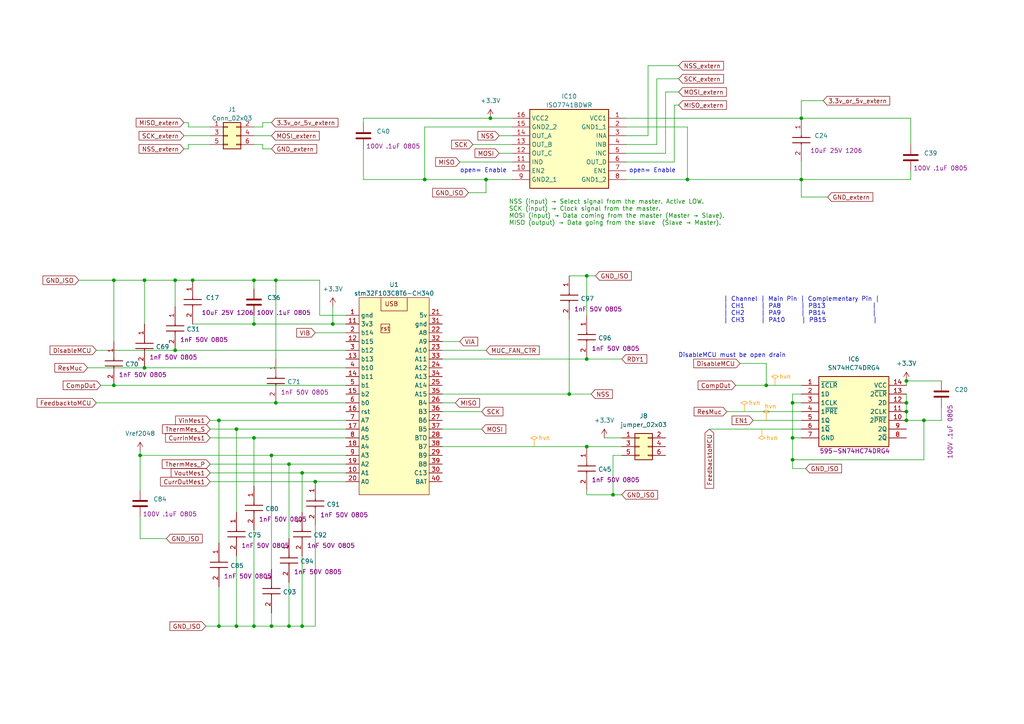
<source format=kicad_sch>
(kicad_sch (version 20250114) (generator "eeschema") (generator_version "9.0")
  (paper "A4")
  (title_block (title "LLC 400V/48V 1200W 100kHz") (date "2025-10-14") (rev "5") (company "Abdelaziz BOUZIANI"))
  (lib_symbols
    (symbol "C0805C102J5GACTU:C0805C102J5GACTU" (pin_names (hide yes))
      (property "Reference" "C" (at 8.89 6.35 0))
      (property "Value" "C0805C102J5GACTU" (at 8.89 3.81 0))
      (symbol "C0805C102J5GACTU_1_1"
        (polyline (pts (xy 5.08 0) (xy 5.588 0)) (stroke (width 0.254)))
        (polyline (pts (xy 5.588 2.54) (xy 5.588 -2.54)) (stroke (width 0.254)))
        (polyline (pts (xy 7.112 2.54) (xy 7.112 -2.54)) (stroke (width 0.254)))
        (polyline (pts (xy 7.112 0) (xy 7.62 0)) (stroke (width 0.254)))
        (pin passive line (at 0 0 0) (length 5.08) (name "1") (number "1"))
        (pin passive line (at 12.7 0 180) (length 5.08) (name "2") (number "2"))
      )
    )
    (symbol "Connector_Generic:Conn_02x03_Odd_Even" (pin_names (offset 1.016) (hide yes))
      (property "Reference" "J" (at 1.27 5.08 0))
      (property "Value" "Conn_02x03_Odd_Even" (at 1.27 -5.08 0))
      (symbol "Conn_02x03_Odd_Even_1_1"
        (rectangle (start -1.27 3.81) (end 3.81 -3.81) (stroke (width 0.254)) (fill (type background)))
        (rectangle (start -1.27 2.667) (end 0 2.413) (stroke (width 0.1524)))
        (rectangle (start -1.27 0.127) (end 0 -0.127) (stroke (width 0.1524)))
        (rectangle (start -1.27 -2.413) (end 0 -2.667) (stroke (width 0.1524)))
        (rectangle (start 3.81 2.667) (end 2.54 2.413) (stroke (width 0.1524)))
        (rectangle (start 3.81 0.127) (end 2.54 -0.127) (stroke (width 0.1524)))
        (rectangle (start 3.81 -2.413) (end 2.54 -2.667) (stroke (width 0.1524)))
        (pin passive line (at -5.08 2.54 0) (length 3.81) (name "Pin_1") (number "1"))
        (pin passive line (at -5.08 0 0) (length 3.81) (name "Pin_3") (number "3"))
        (pin passive line (at -5.08 -2.54 0) (length 3.81) (name "Pin_5") (number "5"))
        (pin passive line (at 7.62 2.54 180) (length 3.81) (name "Pin_2") (number "2"))
        (pin passive line (at 7.62 0 180) (length 3.81) (name "Pin_4") (number "4"))
        (pin passive line (at 7.62 -2.54 180) (length 3.81) (name "Pin_6") (number "6"))
      )
    )
    (symbol "Device:C" (pin_numbers (hide yes)) (pin_names (offset 0.254))
      (property "Reference" "C" (at 0.635 2.54 0))
      (property "Value" "C" (at 0.635 -2.54 0))
      (symbol "C_0_1"
        (polyline (pts (xy -2.032 0.762) (xy 2.032 0.762)) (stroke (width 0.508)))
        (polyline (pts (xy -2.032 -0.762) (xy 2.032 -0.762)) (stroke (width 0.508)))
      )
      (symbol "C_1_1"
        (pin passive line (at 0 3.81 270) (length 2.794) (name "~") (number "1"))
        (pin passive line (at 0 -3.81 90) (length 2.794) (name "~") (number "2"))
      )
    )
    (symbol "GRM31CR71E106KA12K:GRM31CR71E106KA12K" (pin_names (hide yes))
      (property "Reference" "C" (at 8.89 6.35 0))
      (property "Value" "GRM31CR71E106KA12K" (at 8.89 3.81 0))
      (symbol "GRM31CR71E106KA12K_1_1"
        (polyline (pts (xy 5.08 0) (xy 5.588 0)) (stroke (width 0.254)))
        (polyline (pts (xy 5.588 2.54) (xy 5.588 -2.54)) (stroke (width 0.254)))
        (polyline (pts (xy 7.112 2.54) (xy 7.112 -2.54)) (stroke (width 0.254)))
        (polyline (pts (xy 7.112 0) (xy 7.62 0)) (stroke (width 0.254)))
        (pin passive line (at 0 0 0) (length 5.08) (name "1") (number "1"))
        (pin passive line (at 12.7 0 180) (length 5.08) (name "2") (number "2"))
      )
    )
    (symbol "ISO7741BDWR:ISO7741BDWR"
      (property "Reference" "IC" (at 29.21 7.62 0))
      (property "Value" "ISO7741BDWR" (at 29.21 5.08 0))
      (symbol "ISO7741BDWR_1_1"
        (rectangle (start 5.08 2.54) (end 27.94 -20.32) (stroke (width 0.254)) (fill (type background)))
        (pin passive line (at 0 0 0) (length 5.08) (name "VCC1") (number "1"))
        (pin passive line (at 0 -2.54 0) (length 5.08) (name "GND1_1") (number "2"))
        (pin passive line (at 0 -5.08 0) (length 5.08) (name "INA") (number "3"))
        (pin passive line (at 0 -7.62 0) (length 5.08) (name "INB") (number "4"))
        (pin passive line (at 0 -10.16 0) (length 5.08) (name "INC") (number "5"))
        (pin passive line (at 0 -12.7 0) (length 5.08) (name "OUT_D") (number "6"))
        (pin passive line (at 0 -15.24 0) (length 5.08) (name "EN1") (number "7"))
        (pin passive line (at 0 -17.78 0) (length 5.08) (name "GND1_2") (number "8"))
        (pin passive line (at 33.02 0 180) (length 5.08) (name "VCC2") (number "16"))
        (pin passive line (at 33.02 -2.54 180) (length 5.08) (name "GND2_2") (number "15"))
        (pin passive line (at 33.02 -5.08 180) (length 5.08) (name "OUT_A") (number "14"))
        (pin passive line (at 33.02 -7.62 180) (length 5.08) (name "OUT_B") (number "13"))
        (pin passive line (at 33.02 -10.16 180) (length 5.08) (name "OUT_C") (number "12"))
        (pin passive line (at 33.02 -12.7 180) (length 5.08) (name "IND") (number "11"))
        (pin passive line (at 33.02 -15.24 180) (length 5.08) (name "EN2") (number "10"))
        (pin passive line (at 33.02 -17.78 180) (length 5.08) (name "GND2_1") (number "9"))
      )
    )
    (symbol "New_Library:SMT32F1-MINI"
      (property "Reference" "U" (at 0 0 0))
      (symbol "SMT32F1-MINI_1_1"
        (rectangle (start -10.16 -3.81) (end 10.16 -60.96) (fill (type background)))
        (rectangle (start -3.81 -3.81) (end 3.81 -7.62))
        (rectangle (start -3.81 -11.43) (end -1.27 -13.97))
        (text "rst\n" (at -2.54 -12.7 0) (effects (font (size 1.27 1.27))))
        (text "USB\n" (at -0.762 -5.588 0) (effects (font (size 1.27 1.27))))
        (pin input line (at -13.97 -8.89 0) (length 3.81) (name "gnd") (number "1"))
        (pin input line (at -13.97 -11.43 0) (length 3.81) (name "3v3") (number "11"))
        (pin input line (at -13.97 -13.97 0) (length 3.81) (name "b14") (number "2"))
        (pin input line (at -13.97 -16.51 0) (length 3.81) (name "b15") (number "12"))
        (pin input line (at -13.97 -19.05 0) (length 3.81) (name "b12") (number "3"))
        (pin input line (at -13.97 -21.59 0) (length 3.81) (name "b13") (number "13"))
        (pin input line (at -13.97 -24.13 0) (length 3.81) (name "b10") (number "4"))
        (pin input line (at -13.97 -26.67 0) (length 3.81) (name "b11") (number "14"))
        (pin input line (at -13.97 -29.21 0) (length 3.81) (name "b1") (number "5"))
        (pin input line (at -13.97 -31.75 0) (length 3.81) (name "b2") (number "15"))
        (pin input line (at -13.97 -34.29 0) (length 3.81) (name "b0") (number "6"))
        (pin input line (at -13.97 -36.83 0) (length 3.81) (name "rst") (number "16"))
        (pin input line (at -13.97 -39.37 0) (length 3.81) (name "A7") (number "7"))
        (pin input line (at -13.97 -41.91 0) (length 3.81) (name "A6") (number "17"))
        (pin input line (at -13.97 -44.45 0) (length 3.81) (name "A5") (number "8"))
        (pin input line (at -13.97 -46.99 0) (length 3.81) (name "A4") (number "18"))
        (pin input line (at -13.97 -49.53 0) (length 3.81) (name "A3") (number "9"))
        (pin input line (at -13.97 -52.07 0) (length 3.81) (name "A2") (number "19"))
        (pin input line (at -13.97 -54.61 0) (length 3.81) (name "A1") (number "10"))
        (pin input line (at -13.97 -57.15 0) (length 3.81) (name "A0") (number "20"))
        (pin input line (at 13.97 -8.89 180) (length 3.81) (name "5v") (number "21"))
        (pin input line (at 13.97 -11.43 180) (length 3.81) (name "gnd") (number "31"))
        (pin input line (at 13.97 -13.97 180) (length 3.81) (name "A8") (number "22"))
        (pin input line (at 13.97 -16.51 180) (length 3.81) (name "A9") (number "32"))
        (pin input line (at 13.97 -19.05 180) (length 3.81) (name "A10") (number "23"))
        (pin input line (at 13.97 -21.59 180) (length 3.81) (name "A11") (number "33"))
        (pin input line (at 13.97 -24.13 180) (length 3.81) (name "A12") (number "24"))
        (pin input line (at 13.97 -26.67 180) (length 3.81) (name "A13") (number "34"))
        (pin input line (at 13.97 -29.21 180) (length 3.81) (name "A14") (number "25"))
        (pin input line (at 13.97 -31.75 180) (length 3.81) (name "A15") (number "35"))
        (pin input line (at 13.97 -34.29 180) (length 3.81) (name "B4") (number "26"))
        (pin input line (at 13.97 -36.83 180) (length 3.81) (name "B3") (number "36"))
        (pin input line (at 13.97 -39.37 180) (length 3.81) (name "B6") (number "27"))
        (pin input line (at 13.97 -41.91 180) (length 3.81) (name "B5") (number "37"))
        (pin input line (at 13.97 -44.45 180) (length 3.81) (name "BTO") (number "28"))
        (pin input line (at 13.97 -46.99 180) (length 3.81) (name "B7") (number "38"))
        (pin input line (at 13.97 -49.53 180) (length 3.81) (name "B9") (number "29"))
        (pin input line (at 13.97 -52.07 180) (length 3.81) (name "B8") (number "39"))
        (pin input line (at 13.97 -54.61 180) (length 3.81) (name "C13") (number "30"))
        (pin input line (at 13.97 -57.15 180) (length 3.81) (name "BAT") (number "40"))
      )
    )
    (symbol "SN74HC74DRG4:SN74HC74DRG4"
      (property "Reference" "IC" (at 26.67 7.62 0))
      (property "Value" "SN74HC74DRG4" (at 26.67 5.08 0))
      (symbol "SN74HC74DRG4_1_1"
        (rectangle (start 5.08 2.54) (end 25.4 -17.78) (stroke (width 0.254)) (fill (type background)))
        (pin passive line (at 0 0 0) (length 5.08) (name "~{1CLR}") (number "1"))
        (pin passive line (at 0 -2.54 0) (length 5.08) (name "1D") (number "2"))
        (pin passive line (at 0 -5.08 0) (length 5.08) (name "1CLK") (number "3"))
        (pin passive line (at 0 -7.62 0) (length 5.08) (name "1~{PRE}") (number "4"))
        (pin passive line (at 0 -10.16 0) (length 5.08) (name "1Q") (number "5"))
        (pin passive line (at 0 -12.7 0) (length 5.08) (name "1~{Q}") (number "6"))
        (pin passive line (at 0 -15.24 0) (length 5.08) (name "GND") (number "7"))
        (pin passive line (at 30.48 0 180) (length 5.08) (name "VCC") (number "14"))
        (pin passive line (at 30.48 -2.54 180) (length 5.08) (name "2~{CLR}") (number "13"))
        (pin passive line (at 30.48 -5.08 180) (length 5.08) (name "2D") (number "12"))
        (pin passive line (at 30.48 -7.62 180) (length 5.08) (name "2CLK") (number "11"))
        (pin passive line (at 30.48 -10.16 180) (length 5.08) (name "2~{PRE}") (number "10"))
        (pin passive line (at 30.48 -12.7 180) (length 5.08) (name "2Q") (number "9"))
        (pin passive line (at 30.48 -15.24 180) (length 5.08) (name "2~{Q}") (number "8"))
      )
    )
    (symbol "power:+3V0" (power) (pin_numbers (hide yes)) (pin_names (offset 0) (hide yes))
      (property "Value" "+3V0" (at 0 3.556 0))
      (symbol "+3V0_0_1"
        (polyline (pts (xy -0.762 1.27) (xy 0 2.54)))
        (polyline (pts (xy 0 2.54) (xy 0.762 1.27)))
        (polyline (pts (xy 0 0) (xy 0 2.54)))
      )
      (symbol "+3V0_1_1"
        (pin power_in line (at 0 0 90) (length 0) (name "~") (number "1"))
      )
    )
    (symbol "power:+5V" (power) (pin_numbers (hide yes)) (pin_names (offset 0) (hide yes))
      (property "Value" "+5V" (at 0 3.556 0))
      (symbol "+5V_0_1"
        (polyline (pts (xy -0.762 1.27) (xy 0 2.54)))
        (polyline (pts (xy 0 2.54) (xy 0.762 1.27)))
        (polyline (pts (xy 0 0) (xy 0 2.54)))
      )
      (symbol "+5V_1_1"
        (pin power_in line (at 0 0 90) (length 0) (name "~") (number "1"))
      )
    )
  )
  (text "DisableMCU must be open drain\n" (at 212.344 103.124 0) (effects (font (size 1.27 1.27))))
  (text "| Channel | Main Pin | Complementary Pin |\n| CH1     | PA8      | PB13              |\n| CH2     | PA9      | PB14              |\n| CH3     | PA10     | PB15              |" (at 209.804 89.916 0) (effects (font (size 1.27 1.27)) (justify left)))
  (text "open= Enable\n" (at 189.23 49.53 0) (effects (font (size 1.27 1.27))))
  (text "open= Enable\n" (at 140.208 49.53 0) (effects (font (size 1.27 1.27))))
  (text "NSS (input) → Select signal from the master. Active LOW. \nSCK (input) → Clock signal from the master. \nMOSI (input) → Data coming from the master (Master → Slave).\nMISO (output) → Data going from the slave  (Slave → Master)." (at 147.574 61.722 0) (effects (font (size 1.27 1.27)) (justify left)))
  (junction (at 229.87 127))
  (junction (at 73.66 81.28))
  (junction (at 229.87 116.84))
  (junction (at 33.02 111.76))
  (junction (at 50.8 101.6))
  (junction (at 91.44 139.7))
  (junction (at 40.64 132.08))
  (junction (at 170.18 104.14))
  (junction (at 142.24 34.29))
  (junction (at 83.82 181.61))
  (junction (at 140.97 52.07))
  (junction (at 267.97 121.92))
  (junction (at 80.01 116.84))
  (junction (at 73.66 93.98))
  (junction (at 87.63 181.61))
  (junction (at 232.41 52.07))
  (junction (at 73.66 181.61))
  (junction (at 83.82 134.62))
  (junction (at 222.25 111.76))
  (junction (at 33.02 81.28))
  (junction (at 63.5 181.61))
  (junction (at 87.63 137.16))
  (junction (at 80.01 81.28))
  (junction (at 123.19 52.07))
  (junction (at 41.91 81.28))
  (junction (at 262.89 119.38))
  (junction (at 262.89 110.49))
  (junction (at 68.58 124.46))
  (junction (at 165.1 114.3))
  (junction (at 170.18 129.54))
  (junction (at 78.74 181.61))
  (junction (at 73.66 127))
  (junction (at 96.52 93.98))
  (junction (at 50.8 81.28))
  (junction (at 41.91 106.68))
  (junction (at 262.89 121.92))
  (junction (at 262.89 116.84))
  (junction (at 55.88 81.28))
  (junction (at 199.39 52.07))
  (junction (at 63.5 121.92))
  (junction (at 170.18 80.01))
  (junction (at 232.41 34.29))
  (junction (at 229.87 133.35))
  (junction (at 68.58 181.61))
  (junction (at 78.74 132.08))
  (junction (at 177.8 143.51))
  (wire (pts (xy 54.61 43.18) (xy 54.61 41.91)))
  (wire (pts (xy 262.89 116.84) (xy 262.89 119.38)))
  (wire (pts (xy 187.96 19.05) (xy 187.96 39.37)))
  (wire (pts (xy 128.27 104.14) (xy 170.18 104.14)))
  (wire (pts (xy 53.34 35.56) (xy 54.61 35.56)))
  (wire (pts (xy 22.86 81.28) (xy 33.02 81.28)))
  (wire (pts (xy 128.27 119.38) (xy 139.7 119.38)))
  (wire (pts (xy 172.72 80.01) (xy 170.18 80.01)))
  (wire (pts (xy 140.97 52.07) (xy 148.59 52.07)))
  (wire (pts (xy 229.87 133.35) (xy 267.97 133.35)))
  (wire (pts (xy 170.18 142.24) (xy 170.18 143.51)))
  (wire (pts (xy 91.44 139.7) (xy 100.33 139.7)))
  (wire (pts (xy 73.66 181.61) (xy 78.74 181.61)))
  (wire (pts (xy 232.41 34.29) (xy 181.61 34.29)))
  (wire (pts (xy 170.18 129.54) (xy 180.34 129.54)))
  (wire (pts (xy 50.8 81.28) (xy 55.88 81.28)))
  (wire (pts (xy 53.34 39.37) (xy 60.96 39.37)))
  (wire (pts (xy 232.41 52.07) (xy 199.39 52.07)))
  (wire (pts (xy 55.88 93.98) (xy 73.66 93.98)))
  (wire (pts (xy 96.52 93.98) (xy 100.33 93.98)))
  (wire (pts (xy 264.16 34.29) (xy 264.16 41.91)))
  (wire (pts (xy 196.85 26.67) (xy 193.04 26.67)))
  (wire (pts (xy 59.69 181.61) (xy 63.5 181.61)))
  (wire (pts (xy 63.5 181.61) (xy 68.58 181.61)))
  (wire (pts (xy 40.64 156.21) (xy 40.64 149.86)))
  (wire (pts (xy 128.27 114.3) (xy 165.1 114.3)))
  (wire (pts (xy 73.66 81.28) (xy 80.01 81.28)))
  (wire (pts (xy 262.89 110.49) (xy 273.05 110.49)))
  (wire (pts (xy 187.96 39.37) (xy 181.61 39.37)))
  (wire (pts (xy 92.71 91.44) (xy 100.33 91.44)))
  (wire (pts (xy 92.71 91.44) (xy 92.71 81.28)))
  (wire (pts (xy 68.58 181.61) (xy 73.66 181.61)))
  (wire (pts (xy 128.27 124.46) (xy 139.7 124.46)))
  (wire (pts (xy 54.61 35.56) (xy 54.61 36.83)))
  (wire (pts (xy 87.63 181.61) (xy 91.44 181.61)))
  (wire (pts (xy 196.85 22.86) (xy 190.5 22.86)))
  (wire (pts (xy 91.44 152.4) (xy 91.44 181.61)))
  (wire (pts (xy 196.85 30.48) (xy 195.58 30.48)))
  (wire (pts (xy 177.8 143.51) (xy 180.34 143.51)))
  (wire (pts (xy 264.16 49.53) (xy 264.16 52.07)))
  (wire (pts (xy 229.87 135.89) (xy 229.87 133.35)))
  (wire (pts (xy 229.87 114.3) (xy 232.41 114.3)))
  (wire (pts (xy 170.18 104.14) (xy 180.34 104.14)))
  (wire (pts (xy 105.41 34.29) (xy 105.41 35.56)))
  (wire (pts (xy 63.5 121.92) (xy 63.5 157.48)))
  (wire (pts (xy 199.39 52.07) (xy 181.61 52.07)))
  (wire (pts (xy 50.8 101.6) (xy 100.33 101.6)))
  (wire (pts (xy 87.63 161.29) (xy 87.63 181.61)))
  (wire (pts (xy 148.59 34.29) (xy 142.24 34.29)))
  (wire (pts (xy 78.74 43.18) (xy 76.2 43.18)))
  (wire (pts (xy 229.87 116.84) (xy 232.41 116.84)))
  (wire (pts (xy 229.87 133.35) (xy 229.87 127)))
  (wire (pts (xy 33.02 111.76) (xy 100.33 111.76)))
  (wire (pts (xy 55.88 81.28) (xy 73.66 81.28)))
  (wire (pts (xy 33.02 81.28) (xy 41.91 81.28)))
  (wire (pts (xy 78.74 181.61) (xy 83.82 181.61)))
  (wire (pts (xy 29.21 111.76) (xy 33.02 111.76)))
  (wire (pts (xy 262.89 110.49) (xy 262.89 111.76)))
  (wire (pts (xy 60.96 127) (xy 73.66 127)))
  (wire (pts (xy 63.5 121.92) (xy 100.33 121.92)))
  (wire (pts (xy 41.91 106.68) (xy 100.33 106.68)))
  (wire (pts (xy 273.05 118.11) (xy 273.05 121.92)))
  (wire (pts (xy 148.59 39.37) (xy 144.78 39.37)))
  (wire (pts (xy 73.66 127) (xy 100.33 127)))
  (wire (pts (xy 267.97 121.92) (xy 267.97 133.35)))
  (wire (pts (xy 50.8 81.28) (xy 50.8 88.9)))
  (wire (pts (xy 41.91 81.28) (xy 50.8 81.28)))
  (wire (pts (xy 233.68 135.89) (xy 229.87 135.89)))
  (wire (pts (xy 170.18 80.01) (xy 170.18 91.44)))
  (wire (pts (xy 222.25 111.76) (xy 232.41 111.76)))
  (wire (pts (xy 73.66 93.98) (xy 73.66 91.44)))
  (wire (pts (xy 264.16 52.07) (xy 232.41 52.07)))
  (wire (pts (xy 148.59 36.83) (xy 123.19 36.83)))
  (wire (pts (xy 232.41 46.99) (xy 232.41 52.07)))
  (wire (pts (xy 128.27 116.84) (xy 132.08 116.84)))
  (wire (pts (xy 53.34 43.18) (xy 54.61 43.18)))
  (wire (pts (xy 63.5 181.61) (xy 63.5 170.18)))
  (wire (pts (xy 238.76 29.21) (xy 232.41 29.21)))
  (wire (pts (xy 190.5 22.86) (xy 190.5 41.91)))
  (wire (pts (xy 213.36 111.76) (xy 222.25 111.76)))
  (wire (pts (xy 273.05 121.92) (xy 267.97 121.92)))
  (wire (pts (xy 27.94 116.84) (xy 80.01 116.84)))
  (wire (pts (xy 83.82 134.62) (xy 100.33 134.62)))
  (wire (pts (xy 73.66 153.67) (xy 73.66 181.61)))
  (wire (pts (xy 232.41 119.38) (xy 210.82 119.38)))
  (wire (pts (xy 123.19 52.07) (xy 140.97 52.07)))
  (wire (pts (xy 232.41 57.15) (xy 240.03 57.15)))
  (wire (pts (xy 148.59 44.45) (xy 144.78 44.45)))
  (wire (pts (xy 40.64 132.08) (xy 40.64 130.81)))
  (wire (pts (xy 105.41 52.07) (xy 123.19 52.07)))
  (wire (pts (xy 128.27 129.54) (xy 170.18 129.54)))
  (wire (pts (xy 222.25 105.41) (xy 222.25 111.76)))
  (wire (pts (xy 165.1 114.3) (xy 171.45 114.3)))
  (wire (pts (xy 170.18 143.51) (xy 177.8 143.51)))
  (wire (pts (xy 78.74 35.56) (xy 76.2 35.56)))
  (wire (pts (xy 135.89 55.88) (xy 140.97 55.88)))
  (wire (pts (xy 68.58 124.46) (xy 68.58 148.59)))
  (wire (pts (xy 83.82 134.62) (xy 83.82 156.21)))
  (wire (pts (xy 214.63 105.41) (xy 222.25 105.41)))
  (wire (pts (xy 262.89 119.38) (xy 262.89 121.92)))
  (wire (pts (xy 73.66 127) (xy 73.66 140.97)))
  (wire (pts (xy 165.1 92.71) (xy 165.1 114.3)))
  (wire (pts (xy 73.66 36.83) (xy 76.2 36.83)))
  (wire (pts (xy 262.89 121.92) (xy 267.97 121.92)))
  (wire (pts (xy 73.66 93.98) (xy 96.52 93.98)))
  (wire (pts (xy 80.01 81.28) (xy 80.01 104.14)))
  (wire (pts (xy 229.87 127) (xy 229.87 116.84)))
  (wire (pts (xy 60.96 121.92) (xy 63.5 121.92)))
  (wire (pts (xy 181.61 36.83) (xy 199.39 36.83)))
  (wire (pts (xy 180.34 132.08) (xy 177.8 132.08)))
  (wire (pts (xy 148.59 46.99) (xy 133.35 46.99)))
  (wire (pts (xy 41.91 81.28) (xy 41.91 93.98)))
  (wire (pts (xy 60.96 139.7) (xy 91.44 139.7)))
  (wire (pts (xy 78.74 132.08) (xy 100.33 132.08)))
  (wire (pts (xy 60.96 134.62) (xy 83.82 134.62)))
  (wire (pts (xy 40.64 132.08) (xy 40.64 142.24)))
  (wire (pts (xy 80.01 116.84) (xy 100.33 116.84)))
  (wire (pts (xy 232.41 52.07) (xy 232.41 57.15)))
  (wire (pts (xy 60.96 124.46) (xy 68.58 124.46)))
  (wire (pts (xy 40.64 132.08) (xy 78.74 132.08)))
  (wire (pts (xy 205.74 124.46) (xy 232.41 124.46)))
  (wire (pts (xy 48.26 156.21) (xy 40.64 156.21)))
  (wire (pts (xy 193.04 26.67) (xy 193.04 44.45)))
  (wire (pts (xy 78.74 132.08) (xy 78.74 165.1)))
  (wire (pts (xy 96.52 88.9) (xy 96.52 93.98)))
  (wire (pts (xy 142.24 34.29) (xy 105.41 34.29)))
  (wire (pts (xy 60.96 137.16) (xy 87.63 137.16)))
  (wire (pts (xy 80.01 81.28) (xy 92.71 81.28)))
  (wire (pts (xy 199.39 36.83) (xy 199.39 52.07)))
  (wire (pts (xy 229.87 116.84) (xy 229.87 114.3)))
  (wire (pts (xy 177.8 132.08) (xy 177.8 143.51)))
  (wire (pts (xy 232.41 29.21) (xy 232.41 34.29)))
  (wire (pts (xy 83.82 181.61) (xy 87.63 181.61)))
  (wire (pts (xy 68.58 161.29) (xy 68.58 181.61)))
  (wire (pts (xy 195.58 46.99) (xy 181.61 46.99)))
  (wire (pts (xy 128.27 101.6) (xy 140.97 101.6)))
  (wire (pts (xy 73.66 81.28) (xy 73.66 83.82)))
  (wire (pts (xy 232.41 127) (xy 229.87 127)))
  (wire (pts (xy 262.89 114.3) (xy 262.89 116.84)))
  (wire (pts (xy 190.5 41.91) (xy 181.61 41.91)))
  (wire (pts (xy 105.41 43.18) (xy 105.41 52.07)))
  (wire (pts (xy 123.19 36.83) (xy 123.19 52.07)))
  (wire (pts (xy 78.74 177.8) (xy 78.74 181.61)))
  (wire (pts (xy 73.66 41.91) (xy 76.2 41.91)))
  (wire (pts (xy 193.04 44.45) (xy 181.61 44.45)))
  (wire (pts (xy 87.63 137.16) (xy 87.63 148.59)))
  (wire (pts (xy 54.61 41.91) (xy 60.96 41.91)))
  (wire (pts (xy 68.58 124.46) (xy 100.33 124.46)))
  (wire (pts (xy 196.85 19.05) (xy 187.96 19.05)))
  (wire (pts (xy 128.27 99.06) (xy 133.35 99.06)))
  (wire (pts (xy 25.4 106.68) (xy 41.91 106.68)))
  (wire (pts (xy 264.16 34.29) (xy 232.41 34.29)))
  (wire (pts (xy 148.59 41.91) (xy 137.16 41.91)))
  (wire (pts (xy 76.2 35.56) (xy 76.2 36.83)))
  (wire (pts (xy 218.44 121.92) (xy 232.41 121.92)))
  (wire (pts (xy 91.44 96.52) (xy 100.33 96.52)))
  (wire (pts (xy 165.1 80.01) (xy 170.18 80.01)))
  (wire (pts (xy 140.97 55.88) (xy 140.97 52.07)))
  (wire (pts (xy 87.63 137.16) (xy 100.33 137.16)))
  (wire (pts (xy 83.82 168.91) (xy 83.82 181.61)))
  (wire (pts (xy 73.66 39.37) (xy 78.74 39.37)))
  (wire (pts (xy 76.2 43.18) (xy 76.2 41.91)))
  (wire (pts (xy 54.61 36.83) (xy 60.96 36.83)))
  (wire (pts (xy 33.02 81.28) (xy 33.02 99.06)))
  (wire (pts (xy 195.58 30.48) (xy 195.58 46.99)))
  (wire (pts (xy 175.26 127) (xy 180.34 127)))
  (wire (pts (xy 27.94 101.6) (xy 50.8 101.6)))
  (global_label "MOSI_extern" (shape input) (at 78.74 39.37 0) (property "Intersheetrefs" "${INTERSHEET_REFS}" (effects (hide yes))))
  (global_label "EN1" (shape input) (at 218.44 121.92 180) (property "Intersheetrefs" "${INTERSHEET_REFS}" (effects (hide yes))))
  (global_label "GND_ISO" (shape input) (at 180.34 143.51 0) (property "Intersheetrefs" "${INTERSHEET_REFS}" (effects (hide yes))))
  (global_label "GND_ISO" (shape input) (at 48.26 156.21 0) (property "Intersheetrefs" "${INTERSHEET_REFS}" (effects (hide yes))))
  (global_label "MOSI" (shape input) (at 139.7 124.46 0) (property "Intersheetrefs" "${INTERSHEET_REFS}" (effects (hide yes))))
  (global_label "GND_extern" (shape input) (at 78.74 43.18 0) (property "Intersheetrefs" "${INTERSHEET_REFS}" (effects (hide yes))))
  (global_label "ResMuc" (shape input) (at 210.82 119.38 180) (property "Intersheetrefs" "${INTERSHEET_REFS}" (effects (hide yes))))
  (global_label "VinMes1" (shape input) (at 60.96 121.92 180) (property "Intersheetrefs" "${INTERSHEET_REFS}" (effects (hide yes))))
  (global_label "GND_ISO" (shape input) (at 172.72 80.01 0) (property "Intersheetrefs" "${INTERSHEET_REFS}" (effects (hide yes))))
  (global_label "CurrInMes1" (shape input) (at 60.96 127 180) (property "Intersheetrefs" "${INTERSHEET_REFS}" (effects (hide yes))))
  (global_label "SCK" (shape input) (at 139.7 119.38 0) (property "Intersheetrefs" "${INTERSHEET_REFS}" (effects (hide yes))))
  (global_label "SCK_extern" (shape input) (at 196.85 22.86 0) (property "Intersheetrefs" "${INTERSHEET_REFS}" (effects (hide yes))))
  (global_label "RDY1" (shape input) (at 180.34 104.14 0) (property "Intersheetrefs" "${INTERSHEET_REFS}" (effects (hide yes))))
  (global_label "SCK" (shape input) (at 137.16 41.91 180) (property "Intersheetrefs" "${INTERSHEET_REFS}" (effects (hide yes))))
  (global_label "NSS_extern" (shape input) (at 53.34 43.18 180) (property "Intersheetrefs" "${INTERSHEET_REFS}" (effects (hide yes))))
  (global_label "FeedbacktoMCU" (shape input) (at 205.74 124.46 270) (property "Intersheetrefs" "${INTERSHEET_REFS}" (effects (hide yes))))
  (global_label "DisableMCU" (shape input) (at 214.63 105.41 180) (property "Intersheetrefs" "${INTERSHEET_REFS}" (effects (hide yes))))
  (global_label "NSS" (shape input) (at 171.45 114.3 0) (property "Intersheetrefs" "${INTERSHEET_REFS}" (effects (hide yes))))
  (global_label "MISO" (shape input) (at 132.08 116.84 0) (property "Intersheetrefs" "${INTERSHEET_REFS}" (effects (hide yes))))
  (global_label "MOSI" (shape input) (at 144.78 44.45 180) (property "Intersheetrefs" "${INTERSHEET_REFS}" (effects (hide yes))))
  (global_label "ResMuc" (shape input) (at 25.4 106.68 180) (property "Intersheetrefs" "${INTERSHEET_REFS}" (effects (hide yes))))
  (global_label "ThermMes_P" (shape input) (at 60.96 134.62 180) (property "Intersheetrefs" "${INTERSHEET_REFS}" (effects (hide yes))))
  (global_label "NSS" (shape input) (at 144.78 39.37 180) (property "Intersheetrefs" "${INTERSHEET_REFS}" (effects (hide yes))))
  (global_label "VIA" (shape input) (at 133.35 99.06 0) (property "Intersheetrefs" "${INTERSHEET_REFS}" (effects (hide yes))))
  (global_label "CompOut" (shape input) (at 29.21 111.76 180) (property "Intersheetrefs" "${INTERSHEET_REFS}" (effects (hide yes))))
  (global_label "GND_ISO" (shape input) (at 59.69 181.61 180) (property "Intersheetrefs" "${INTERSHEET_REFS}" (effects (hide yes))))
  (global_label "3.3v_or_5v_extern" (shape input) (at 78.74 35.56 0) (property "Intersheetrefs" "${INTERSHEET_REFS}" (effects (hide yes))))
  (global_label "GND_ISO" (shape input) (at 22.86 81.28 180) (property "Intersheetrefs" "${INTERSHEET_REFS}" (effects (hide yes))))
  (global_label "MUC_FAN_CTR" (shape input) (at 140.97 101.6 0) (property "Intersheetrefs" "${INTERSHEET_REFS}" (effects (hide yes))))
  (global_label "CurrOutMes1" (shape input) (at 60.96 139.7 180) (property "Intersheetrefs" "${INTERSHEET_REFS}" (effects (hide yes))))
  (global_label "SCK_extern" (shape input) (at 53.34 39.37 180) (property "Intersheetrefs" "${INTERSHEET_REFS}" (effects (hide yes))))
  (global_label "VoutMes1" (shape input) (at 60.96 137.16 180) (property "Intersheetrefs" "${INTERSHEET_REFS}" (effects (hide yes))))
  (global_label "NSS_extern" (shape input) (at 196.85 19.05 0) (property "Intersheetrefs" "${INTERSHEET_REFS}" (effects (hide yes))))
  (global_label "CompOut" (shape input) (at 213.36 111.76 180) (property "Intersheetrefs" "${INTERSHEET_REFS}" (effects (hide yes))))
  (global_label "GND_ISO" (shape input) (at 135.89 55.88 180) (property "Intersheetrefs" "${INTERSHEET_REFS}" (effects (hide yes))))
  (global_label "GND_extern" (shape input) (at 240.03 57.15 0) (property "Intersheetrefs" "${INTERSHEET_REFS}" (effects (hide yes))))
  (global_label "MISO_extern" (shape input) (at 53.34 35.56 180) (property "Intersheetrefs" "${INTERSHEET_REFS}" (effects (hide yes))))
  (global_label "VIB" (shape input) (at 91.44 96.52 180) (property "Intersheetrefs" "${INTERSHEET_REFS}" (effects (hide yes))))
  (global_label "MOSI_extern" (shape input) (at 196.85 26.67 0) (property "Intersheetrefs" "${INTERSHEET_REFS}" (effects (hide yes))))
  (global_label "MISO_extern" (shape input) (at 196.85 30.48 0) (property "Intersheetrefs" "${INTERSHEET_REFS}" (effects (hide yes))))
  (global_label "MISO" (shape input) (at 133.35 46.99 180) (property "Intersheetrefs" "${INTERSHEET_REFS}" (effects (hide yes))))
  (global_label "DisableMCU" (shape input) (at 27.94 101.6 180) (property "Intersheetrefs" "${INTERSHEET_REFS}" (effects (hide yes))))
  (global_label "ThermMes_S" (shape input) (at 60.96 124.46 180) (property "Intersheetrefs" "${INTERSHEET_REFS}" (effects (hide yes))))
  (global_label "FeedbacktoMCU" (shape input) (at 27.94 116.84 180) (property "Intersheetrefs" "${INTERSHEET_REFS}" (effects (hide yes))))
  (global_label "GND_ISO" (shape input) (at 233.68 135.89 0) (property "Intersheetrefs" "${INTERSHEET_REFS}" (effects (hide yes))))
  (global_label "3.3v_or_5v_extern" (shape input) (at 238.76 29.21 0) (property "Intersheetrefs" "${INTERSHEET_REFS}" (effects (hide yes))))
  (netclass_flag "" (length 2.54) (shape diamond) (at 222.25 121.92 0) (property "Netclass" "hvn" (at 221.742 117.856 0) (effects (justify left))))
  (netclass_flag "" (length 2.54) (shape diamond) (at 224.79 111.76 0) (property "Netclass" "hvn" (at 225.9965 109.22 0) (effects (justify left))))
  (netclass_flag "" (length 2.54) (shape diamond) (at 154.94 129.54 0) (property "Netclass" "hvn" (at 156.1465 127 0) (effects (justify left))))
  (netclass_flag "" (length 2.54) (shape diamond) (at 215.9 119.38 0) (property "Netclass" "hvn" (at 217.1065 116.84 0) (effects (justify left))))
  (netclass_flag "" (length 2.54) (shape diamond) (at 220.98 124.46 180) (property "Netclass" "hvn" (at 222.1865 127 0) (effects (justify left))))
  (symbol (lib_id "C0805C102J5GACTU:C0805C102J5GACTU") (at 165.1 80.01 270) (unit 1)
    (property "Reference" "C97" (at 168.402 86.614 90) (effects (justify left)))
    (property "Value" "C0805C102J5GACTU" (effects (hide yes)))
    (property "Footprint" "C0805C102J5GACTU:C0805" (effects (hide yes)))
    (property "Datasheet" "https://content.kemet.com/datasheets/KEM_C1003_C0G_SMD.pdf" (effects (hide yes)))
    (property "Description" "1nF 50V 0805" (at 173.482 89.662 90))
    (property "Height" "1.1" (effects (hide yes)))
    (property "Mouser Part Number" "80-C0805C102J5G" (effects (hide yes)))
    (property "Mouser Price/Stock" "https://www.mouser.co.uk/ProductDetail/KEMET/C0805C102J5GACTU?qs=yrVqjCObULOWvTzsHVJg1Q%3D%3D" (effects (hide yes)))
    (property "Manufacturer_Name" "KEMET" (effects (hide yes)))
    (property "Manufacturer_Part_Number" "C0805C102J5GACTU" (effects (hide yes)))
  )
  (symbol (lib_id "C0805C102J5GACTU:C0805C102J5GACTU") (at 80.01 104.14 270) (unit 1)
    (property "Reference" "C71" (at 83.312 110.744 90) (effects (justify left)))
    (property "Value" "C0805C102J5GACTU" (effects (hide yes)))
    (property "Footprint" "C0805C102J5GACTU:C0805" (effects (hide yes)))
    (property "Datasheet" "https://content.kemet.com/datasheets/KEM_C1003_C0G_SMD.pdf" (effects (hide yes)))
    (property "Description" "1nF 50V 0805" (at 88.392 113.792 90))
    (property "Height" "1.1" (effects (hide yes)))
    (property "Mouser Part Number" "80-C0805C102J5G" (effects (hide yes)))
    (property "Mouser Price/Stock" "https://www.mouser.co.uk/ProductDetail/KEMET/C0805C102J5GACTU?qs=yrVqjCObULOWvTzsHVJg1Q%3D%3D" (effects (hide yes)))
    (property "Manufacturer_Name" "KEMET" (effects (hide yes)))
    (property "Manufacturer_Part_Number" "C0805C102J5GACTU" (effects (hide yes)))
  )
  (symbol (lib_id "C0805C102J5GACTU:C0805C102J5GACTU") (at 170.18 91.44 270) (unit 1)
    (property "Reference" "C96" (at 173.482 98.044 90) (effects (justify left)))
    (property "Value" "C0805C102J5GACTU" (effects (hide yes)))
    (property "Footprint" "C0805C102J5GACTU:C0805" (effects (hide yes)))
    (property "Datasheet" "https://content.kemet.com/datasheets/KEM_C1003_C0G_SMD.pdf" (effects (hide yes)))
    (property "Description" "1nF 50V 0805" (at 178.562 101.092 90))
    (property "Height" "1.1" (effects (hide yes)))
    (property "Mouser Part Number" "80-C0805C102J5G" (effects (hide yes)))
    (property "Mouser Price/Stock" "https://www.mouser.co.uk/ProductDetail/KEMET/C0805C102J5GACTU?qs=yrVqjCObULOWvTzsHVJg1Q%3D%3D" (effects (hide yes)))
    (property "Manufacturer_Name" "KEMET" (effects (hide yes)))
    (property "Manufacturer_Part_Number" "C0805C102J5GACTU" (effects (hide yes)))
  )
  (symbol (lib_id "GRM31CR71E106KA12K:GRM31CR71E106KA12K") (at 232.41 34.29 270) (unit 1)
    (property "Reference" "C24" (at 236.22 39.3699 90) (effects (justify left)))
    (property "Value" "GRM31CR71E106KA12K" (effects (hide yes)))
    (property "Footprint" "GRM31CR71E106KA12K:GRM31x" (effects (hide yes)))
    (property "Datasheet" "https://search.murata.co.jp/Ceramy/image/img/A01X/G101/ENG/GRM31CR71E106KA12-01CA.pdf" (effects (hide yes)))
    (property "Description" "10uF 25V 1206" (at 242.57 43.688 90))
    (property "Height" "1.25" (effects (hide yes)))
    (property "Mouser Part Number" "81-GRM31CR71E106KA2K" (effects (hide yes)))
    (property "Mouser Price/Stock" "https://www.mouser.co.uk/ProductDetail/Murata-Electronics/GRM31CR71E106KA12K?qs=raY79WRVTyM6xGVExNjdaw%3D%3D" (effects (hide yes)))
    (property "Manufacturer_Name" "Murata Electronics" (effects (hide yes)))
    (property "Manufacturer_Part_Number" "GRM31CR71E106KA12K" (effects (hide yes)))
  )
  (symbol (lib_id "Device:C") (at 40.64 146.05 0) (unit 1)
    (property "Reference" "C84" (at 44.45 144.7799 0) (effects (justify left)))
    (property "Value" "SH21B104K101CT" (effects (hide yes)))
    (property "Footprint" "Capacitor_SMD:C_0805_2012Metric" (effects (hide yes)))
    (property "Datasheet" "https://www.mouser.fr/datasheet/3/317/1/WTC_MLCC_Soft_term_SH.pdf" (effects (hide yes)))
    (property "Description" "100V .1uF 0805" (at 49.276 149.098 0))
    (property "Manufacturer_Name" "Walsin" (effects (hide yes)))
    (property "Manufacturer_Part_Number " "SH21B104K101CT" (effects (hide yes)))
    (property "Mouser Part Number" "791-SH21B104K101CT" (effects (hide yes)))
  )
  (symbol (lib_id "New_Library:SMT32F1-MINI") (at 114.3 82.55 0) (unit 1)
    (property "Reference" "U1" (at 114.3 82.55 0))
    (property "Value" "stm32F103C8T6-CH340" (at 114.3 85.09 0))
    (property "Footprint" "New_Linrary:SMT32F1-MINI" (effects (hide yes)))
    (property "Description" "stm32F103C8T6-CH340 PCB" (effects (hide yes)))
  )
  (symbol (lib_id "power:+3V0") (at 40.64 130.81 0) (unit 1)
    (property "Reference" "#PWR03" (effects (hide yes)))
    (property "Value" "Vref2048" (at 40.64 125.73 0))
    (property "Description" "Power symbol creates a global label with name \"+3V0\"" (effects (hide yes)))
  )
  (symbol (lib_id "power:+5V") (at 262.89 110.49 0) (unit 1)
    (property "Reference" "#PWR06" (effects (hide yes)))
    (property "Value" "+3.3V" (at 262.89 105.41 0))
    (property "Description" "Power symbol creates a global label with name \"+5V\"" (effects (hide yes)))
  )
  (symbol (lib_id "C0805C102J5GACTU:C0805C102J5GACTU") (at 73.66 140.97 270) (unit 1)
    (property "Reference" "C80" (at 76.962 147.574 90) (effects (justify left)))
    (property "Value" "C0805C102J5GACTU" (effects (hide yes)))
    (property "Footprint" "C0805C102J5GACTU:C0805" (effects (hide yes)))
    (property "Datasheet" "https://content.kemet.com/datasheets/KEM_C1003_C0G_SMD.pdf" (effects (hide yes)))
    (property "Description" "1nF 50V 0805" (at 82.042 150.622 90))
    (property "Height" "1.1" (effects (hide yes)))
    (property "Mouser Part Number" "80-C0805C102J5G" (effects (hide yes)))
    (property "Mouser Price/Stock" "https://www.mouser.co.uk/ProductDetail/KEMET/C0805C102J5GACTU?qs=yrVqjCObULOWvTzsHVJg1Q%3D%3D" (effects (hide yes)))
    (property "Manufacturer_Name" "KEMET" (effects (hide yes)))
    (property "Manufacturer_Part_Number" "C0805C102J5GACTU" (effects (hide yes)))
  )
  (symbol (lib_id "C0805C102J5GACTU:C0805C102J5GACTU") (at 50.8 88.9 270) (unit 1)
    (property "Reference" "C31" (at 54.102 95.504 90) (effects (justify left)))
    (property "Value" "C0805C102J5GACTU" (effects (hide yes)))
    (property "Footprint" "C0805C102J5GACTU:C0805" (effects (hide yes)))
    (property "Datasheet" "https://content.kemet.com/datasheets/KEM_C1003_C0G_SMD.pdf" (effects (hide yes)))
    (property "Description" "1nF 50V 0805" (at 59.182 98.552 90))
    (property "Height" "1.1" (effects (hide yes)))
    (property "Mouser Part Number" "80-C0805C102J5G" (effects (hide yes)))
    (property "Mouser Price/Stock" "https://www.mouser.co.uk/ProductDetail/KEMET/C0805C102J5GACTU?qs=yrVqjCObULOWvTzsHVJg1Q%3D%3D" (effects (hide yes)))
    (property "Manufacturer_Name" "KEMET" (effects (hide yes)))
    (property "Manufacturer_Part_Number" "C0805C102J5GACTU" (effects (hide yes)))
  )
  (symbol (lib_id "C0805C102J5GACTU:C0805C102J5GACTU") (at 170.18 129.54 270) (unit 1)
    (property "Reference" "C45" (at 173.482 136.144 90) (effects (justify left)))
    (property "Value" "C0805C102J5GACTU" (effects (hide yes)))
    (property "Footprint" "C0805C102J5GACTU:C0805" (effects (hide yes)))
    (property "Datasheet" "https://content.kemet.com/datasheets/KEM_C1003_C0G_SMD.pdf" (effects (hide yes)))
    (property "Description" "1nF 50V 0805" (at 178.562 139.192 90))
    (property "Height" "1.1" (effects (hide yes)))
    (property "Mouser Part Number" "80-C0805C102J5G" (effects (hide yes)))
    (property "Mouser Price/Stock" "https://www.mouser.co.uk/ProductDetail/KEMET/C0805C102J5GACTU?qs=yrVqjCObULOWvTzsHVJg1Q%3D%3D" (effects (hide yes)))
    (property "Manufacturer_Name" "KEMET" (effects (hide yes)))
    (property "Manufacturer_Part_Number" "C0805C102J5GACTU" (effects (hide yes)))
  )
  (symbol (lib_id "power:+5V") (at 142.24 34.29 0) (mirror y) (unit 1)
    (property "Reference" "#PWR027" (effects (hide yes)))
    (property "Value" "+3.3V" (at 142.24 29.21 0))
    (property "Description" "Power symbol creates a global label with name \"+5V\"" (effects (hide yes)))
  )
  (symbol (lib_id "C0805C102J5GACTU:C0805C102J5GACTU") (at 63.5 157.48 270) (unit 1)
    (property "Reference" "C85" (at 66.802 164.084 90) (effects (justify left)))
    (property "Value" "C0805C102J5GACTU" (effects (hide yes)))
    (property "Footprint" "C0805C102J5GACTU:C0805" (effects (hide yes)))
    (property "Datasheet" "https://content.kemet.com/datasheets/KEM_C1003_C0G_SMD.pdf" (effects (hide yes)))
    (property "Description" "1nF 50V 0805" (at 71.882 167.132 90))
    (property "Height" "1.1" (effects (hide yes)))
    (property "Mouser Part Number" "80-C0805C102J5G" (effects (hide yes)))
    (property "Mouser Price/Stock" "https://www.mouser.co.uk/ProductDetail/KEMET/C0805C102J5GACTU?qs=yrVqjCObULOWvTzsHVJg1Q%3D%3D" (effects (hide yes)))
    (property "Manufacturer_Name" "KEMET" (effects (hide yes)))
    (property "Manufacturer_Part_Number" "C0805C102J5GACTU" (effects (hide yes)))
  )
  (symbol (lib_id "C0805C102J5GACTU:C0805C102J5GACTU") (at 41.91 93.98 270) (unit 1)
    (property "Reference" "C69" (at 45.212 100.584 90) (effects (justify left)))
    (property "Value" "C0805C102J5GACTU" (effects (hide yes)))
    (property "Footprint" "C0805C102J5GACTU:C0805" (effects (hide yes)))
    (property "Datasheet" "https://content.kemet.com/datasheets/KEM_C1003_C0G_SMD.pdf" (effects (hide yes)))
    (property "Description" "1nF 50V 0805" (at 50.292 103.632 90))
    (property "Height" "1.1" (effects (hide yes)))
    (property "Mouser Part Number" "80-C0805C102J5G" (effects (hide yes)))
    (property "Mouser Price/Stock" "https://www.mouser.co.uk/ProductDetail/KEMET/C0805C102J5GACTU?qs=yrVqjCObULOWvTzsHVJg1Q%3D%3D" (effects (hide yes)))
    (property "Manufacturer_Name" "KEMET" (effects (hide yes)))
    (property "Manufacturer_Part_Number" "C0805C102J5GACTU" (effects (hide yes)))
  )
  (symbol (lib_id "SN74HC74DRG4:SN74HC74DRG4") (at 232.41 111.76 0) (unit 1)
    (property "Reference" "IC6" (at 247.65 104.14 0))
    (property "Value" "SN74HC74DRG4" (at 247.65 106.68 0))
    (property "Footprint" "SN74HC74DRG4:SOIC127P600X175-14N" (effects (hide yes)))
    (property "Datasheet" "http://www.ti.com/lit/gpn/SN74HC74" (effects (hide yes)))
    (property "Description" "Dual D-Type Positive-Edge-Triggered Flip-Flops With Clear and Preset" (effects (hide yes)))
    (property "Height" "1.75" (effects (hide yes)))
    (property "Mouser Part Number" "595-SN74HC74DRG4" (effects (hide yes)))
    (property "Mouser Price/Stock" "https://www.mouser.co.uk/ProductDetail/Texas-Instruments/SN74HC74DRG4?qs=AgY10sKTvDJa4hSfohivVQ%3D%3D" (effects (hide yes)))
    (property "Manufacturer_Name" "Texas Instruments" (effects (hide yes)))
    (property "Manufacturer_Part_Number" "SN74HC74DRG4" (effects (hide yes)))
    (property "Field10" "595-SN74HC74DRG4" (at 247.904 130.81 0))
  )
  (symbol (lib_id "Device:C") (at 273.05 114.3 0) (unit 1)
    (property "Reference" "C20" (at 276.86 113.0299 0) (effects (justify left)))
    (property "Value" "SH21B104K101CT" (effects (hide yes)))
    (property "Footprint" "Capacitor_SMD:C_0805_2012Metric" (effects (hide yes)))
    (property "Datasheet" "https://www.mouser.fr/datasheet/3/317/1/WTC_MLCC_Soft_term_SH.pdf" (effects (hide yes)))
    (property "Description" "100V .1uF 0805" (at 275.59 125.222 90))
    (property "Manufacturer_Name" "Walsin" (effects (hide yes)))
    (property "Manufacturer_Part_Number " "SH21B104K101CT" (effects (hide yes)))
    (property "Mouser Part Number" "791-SH21B104K101CT" (effects (hide yes)))
  )
  (symbol (lib_id "Device:C") (at 73.66 87.63 0) (unit 1)
    (property "Reference" "C36" (at 77.47 86.3599 0) (effects (justify left)))
    (property "Value" "SH21B104K101CT" (effects (hide yes)))
    (property "Footprint" "Capacitor_SMD:C_0805_2012Metric" (effects (hide yes)))
    (property "Datasheet" "https://www.mouser.fr/datasheet/3/317/1/WTC_MLCC_Soft_term_SH.pdf" (effects (hide yes)))
    (property "Description" "100V .1uF 0805" (at 82.296 90.678 0))
    (property "Manufacturer_Name" "Walsin" (effects (hide yes)))
    (property "Manufacturer_Part_Number " "SH21B104K101CT" (effects (hide yes)))
    (property "Mouser Part Number" "791-SH21B104K101CT" (effects (hide yes)))
  )
  (symbol (lib_id "C0805C102J5GACTU:C0805C102J5GACTU") (at 78.74 165.1 270) (unit 1)
    (property "Reference" "C93" (at 82.042 171.704 90) (effects (justify left)))
    (property "Value" "C0805C102J5GACTU" (effects (hide yes)))
    (property "Footprint" "C0805C102J5GACTU:C0805" (effects (hide yes)))
    (property "Datasheet" "https://content.kemet.com/datasheets/KEM_C1003_C0G_SMD.pdf" (effects (hide yes)))
    (property "Description" "1nF 50V 0805" (effects (hide yes)))
    (property "Height" "1.1" (effects (hide yes)))
    (property "Mouser Part Number" "80-C0805C102J5G" (effects (hide yes)))
    (property "Mouser Price/Stock" "https://www.mouser.co.uk/ProductDetail/KEMET/C0805C102J5GACTU?qs=yrVqjCObULOWvTzsHVJg1Q%3D%3D" (effects (hide yes)))
    (property "Manufacturer_Name" "KEMET" (effects (hide yes)))
    (property "Manufacturer_Part_Number" "C0805C102J5GACTU" (effects (hide yes)))
  )
  (symbol (lib_id "ISO7741BDWR:ISO7741BDWR") (at 181.61 34.29 0) (mirror y) (unit 1)
    (property "Reference" "IC10" (at 165.1 27.94 0))
    (property "Value" "ISO7741BDWR" (at 165.1 30.48 0))
    (property "Footprint" "ISO7741BDWR:SOIC127P1030X265-16N" (effects (hide yes)))
    (property "Datasheet" "https://www.ti.com/lit/gpn/ISO7741" (effects (hide yes)))
    (property "Description" "Digital Isolators Robust EMC, quad-channel, 3/1, reinforced digital isolator 16-SOIC -55 to 125" (effects (hide yes)))
    (property "Height" "2.65" (effects (hide yes)))
    (property "Mouser Part Number" "595-ISO7741BDWR" (effects (hide yes)))
    (property "Mouser Price/Stock" "https://www.mouser.co.uk/ProductDetail/Texas-Instruments/ISO7741BDWR?qs=OlC7AqGiEDldKlKXjTOIyw%3D%3D" (effects (hide yes)))
    (property "Manufacturer_Name" "Texas Instruments" (effects (hide yes)))
    (property "Manufacturer_Part_Number" "ISO7741BDWR" (effects (hide yes)))
  )
  (symbol (lib_id "C0805C102J5GACTU:C0805C102J5GACTU") (at 33.02 99.06 270) (unit 1)
    (property "Reference" "C70" (at 36.322 105.664 90) (effects (justify left)))
    (property "Value" "C0805C102J5GACTU" (effects (hide yes)))
    (property "Footprint" "C0805C102J5GACTU:C0805" (effects (hide yes)))
    (property "Datasheet" "https://content.kemet.com/datasheets/KEM_C1003_C0G_SMD.pdf" (effects (hide yes)))
    (property "Description" "1nF 50V 0805" (at 41.402 108.712 90))
    (property "Height" "1.1" (effects (hide yes)))
    (property "Mouser Part Number" "80-C0805C102J5G" (effects (hide yes)))
    (property "Mouser Price/Stock" "https://www.mouser.co.uk/ProductDetail/KEMET/C0805C102J5GACTU?qs=yrVqjCObULOWvTzsHVJg1Q%3D%3D" (effects (hide yes)))
    (property "Manufacturer_Name" "KEMET" (effects (hide yes)))
    (property "Manufacturer_Part_Number" "C0805C102J5GACTU" (effects (hide yes)))
  )
  (symbol (lib_id "C0805C102J5GACTU:C0805C102J5GACTU") (at 83.82 156.21 270) (unit 1)
    (property "Reference" "C94" (at 87.122 162.814 90) (effects (justify left)))
    (property "Value" "C0805C102J5GACTU" (effects (hide yes)))
    (property "Footprint" "C0805C102J5GACTU:C0805" (effects (hide yes)))
    (property "Datasheet" "https://content.kemet.com/datasheets/KEM_C1003_C0G_SMD.pdf" (effects (hide yes)))
    (property "Description" "1nF 50V 0805" (at 92.202 165.862 90))
    (property "Height" "1.1" (effects (hide yes)))
    (property "Mouser Part Number" "80-C0805C102J5G" (effects (hide yes)))
    (property "Mouser Price/Stock" "https://www.mouser.co.uk/ProductDetail/KEMET/C0805C102J5GACTU?qs=yrVqjCObULOWvTzsHVJg1Q%3D%3D" (effects (hide yes)))
    (property "Manufacturer_Name" "KEMET" (effects (hide yes)))
    (property "Manufacturer_Part_Number" "C0805C102J5GACTU" (effects (hide yes)))
  )
  (symbol (lib_id "C0805C102J5GACTU:C0805C102J5GACTU") (at 68.58 148.59 270) (unit 1)
    (property "Reference" "C75" (at 71.882 155.194 90) (effects (justify left)))
    (property "Value" "C0805C102J5GACTU" (effects (hide yes)))
    (property "Footprint" "C0805C102J5GACTU:C0805" (effects (hide yes)))
    (property "Datasheet" "https://content.kemet.com/datasheets/KEM_C1003_C0G_SMD.pdf" (effects (hide yes)))
    (property "Description" "1nF 50V 0805" (at 76.962 158.242 90))
    (property "Height" "1.1" (effects (hide yes)))
    (property "Mouser Part Number" "80-C0805C102J5G" (effects (hide yes)))
    (property "Mouser Price/Stock" "https://www.mouser.co.uk/ProductDetail/KEMET/C0805C102J5GACTU?qs=yrVqjCObULOWvTzsHVJg1Q%3D%3D" (effects (hide yes)))
    (property "Manufacturer_Name" "KEMET" (effects (hide yes)))
    (property "Manufacturer_Part_Number" "C0805C102J5GACTU" (effects (hide yes)))
  )
  (symbol (lib_id "power:+5V") (at 175.26 127 0) (unit 1)
    (property "Reference" "#PWR035" (effects (hide yes)))
    (property "Value" "+3.3V" (at 175.26 121.92 0))
    (property "Description" "Power symbol creates a global label with name \"+5V\"" (effects (hide yes)))
  )
  (symbol (lib_id "Device:C") (at 105.41 39.37 0) (unit 1)
    (property "Reference" "C40" (at 109.22 38.0999 0) (effects (justify left)))
    (property "Value" "SH21B104K101CT" (effects (hide yes)))
    (property "Footprint" "Capacitor_SMD:C_0805_2012Metric" (effects (hide yes)))
    (property "Datasheet" "https://www.mouser.fr/datasheet/3/317/1/WTC_MLCC_Soft_term_SH.pdf" (effects (hide yes)))
    (property "Description" "100V .1uF 0805" (at 114.046 42.418 0))
    (property "Manufacturer_Name" "Walsin" (effects (hide yes)))
    (property "Manufacturer_Part_Number " "SH21B104K101CT" (effects (hide yes)))
    (property "Mouser Part Number" "791-SH21B104K101CT" (effects (hide yes)))
  )
  (symbol (lib_id "C0805C102J5GACTU:C0805C102J5GACTU") (at 87.63 148.59 270) (unit 1)
    (property "Reference" "C92" (at 90.932 155.194 90) (effects (justify left)))
    (property "Value" "C0805C102J5GACTU" (effects (hide yes)))
    (property "Footprint" "C0805C102J5GACTU:C0805" (effects (hide yes)))
    (property "Datasheet" "https://content.kemet.com/datasheets/KEM_C1003_C0G_SMD.pdf" (effects (hide yes)))
    (property "Description" "1nF 50V 0805" (at 96.012 158.242 90))
    (property "Height" "1.1" (effects (hide yes)))
    (property "Mouser Part Number" "80-C0805C102J5G" (effects (hide yes)))
    (property "Mouser Price/Stock" "https://www.mouser.co.uk/ProductDetail/KEMET/C0805C102J5GACTU?qs=yrVqjCObULOWvTzsHVJg1Q%3D%3D" (effects (hide yes)))
    (property "Manufacturer_Name" "KEMET" (effects (hide yes)))
    (property "Manufacturer_Part_Number" "C0805C102J5GACTU" (effects (hide yes)))
  )
  (symbol (lib_id "power:+5V") (at 96.52 88.9 0) (unit 1)
    (property "Reference" "#PWR017" (effects (hide yes)))
    (property "Value" "+3.3V" (at 96.52 83.82 0))
    (property "Description" "Power symbol creates a global label with name \"+5V\"" (effects (hide yes)))
  )
  (symbol (lib_id "GRM31CR71E106KA12K:GRM31CR71E106KA12K") (at 55.88 81.28 270) (unit 1)
    (property "Reference" "C17" (at 59.69 86.3599 90) (effects (justify left)))
    (property "Value" "GRM31CR71E106KA12K" (effects (hide yes)))
    (property "Footprint" "GRM31CR71E106KA12K:GRM31x" (effects (hide yes)))
    (property "Datasheet" "https://search.murata.co.jp/Ceramy/image/img/A01X/G101/ENG/GRM31CR71E106KA12-01CA.pdf" (effects (hide yes)))
    (property "Description" "10uF 25V 1206" (at 66.04 90.678 90))
    (property "Height" "1.25" (effects (hide yes)))
    (property "Mouser Part Number" "81-GRM31CR71E106KA2K" (effects (hide yes)))
    (property "Mouser Price/Stock" "https://www.mouser.co.uk/ProductDetail/Murata-Electronics/GRM31CR71E106KA12K?qs=raY79WRVTyM6xGVExNjdaw%3D%3D" (effects (hide yes)))
    (property "Manufacturer_Name" "Murata Electronics" (effects (hide yes)))
    (property "Manufacturer_Part_Number" "GRM31CR71E106KA12K" (effects (hide yes)))
  )
  (symbol (lib_id "C0805C102J5GACTU:C0805C102J5GACTU") (at 91.44 139.7 270) (unit 1)
    (property "Reference" "C91" (at 94.742 146.304 90) (effects (justify left)))
    (property "Value" "C0805C102J5GACTU" (effects (hide yes)))
    (property "Footprint" "C0805C102J5GACTU:C0805" (effects (hide yes)))
    (property "Datasheet" "https://content.kemet.com/datasheets/KEM_C1003_C0G_SMD.pdf" (effects (hide yes)))
    (property "Description" "1nF 50V 0805" (at 99.822 149.352 90))
    (property "Height" "1.1" (effects (hide yes)))
    (property "Mouser Part Number" "80-C0805C102J5G" (effects (hide yes)))
    (property "Mouser Price/Stock" "https://www.mouser.co.uk/ProductDetail/KEMET/C0805C102J5GACTU?qs=yrVqjCObULOWvTzsHVJg1Q%3D%3D" (effects (hide yes)))
    (property "Manufacturer_Name" "KEMET" (effects (hide yes)))
    (property "Manufacturer_Part_Number" "C0805C102J5GACTU" (effects (hide yes)))
  )
  (symbol (lib_id "Device:C") (at 264.16 45.72 0) (unit 1)
    (property "Reference" "C39" (at 267.97 44.4499 0) (effects (justify left)))
    (property "Value" "SH21B104K101CT" (effects (hide yes)))
    (property "Footprint" "Capacitor_SMD:C_0805_2012Metric" (effects (hide yes)))
    (property "Datasheet" "https://www.mouser.fr/datasheet/3/317/1/WTC_MLCC_Soft_term_SH.pdf" (effects (hide yes)))
    (property "Description" "100V .1uF 0805" (at 272.796 48.768 0))
    (property "Manufacturer_Name" "Walsin" (effects (hide yes)))
    (property "Manufacturer_Part_Number " "SH21B104K101CT" (effects (hide yes)))
    (property "Mouser Part Number" "791-SH21B104K101CT" (effects (hide yes)))
  )
  (symbol (lib_id "Connector_Generic:Conn_02x03_Odd_Even") (at 185.42 129.54 0) (unit 1)
    (property "Reference" "J8" (at 186.69 120.65 0))
    (property "Value" "jumper_02x03" (at 186.69 123.19 0))
    (property "Footprint" "Connector_PinHeader_2.54mm:PinHeader_2x03_P2.54mm_Vertical_SMD" (effects (hide yes)))
    (property "Datasheet" "NA" (effects (hide yes)))
    (property "Description" "Connector_PinHeader_2.54mm,PinHeader_2x03_P2.54mm_Vertical" (effects (hide yes)))
  )
  (symbol (lib_id "Connector_Generic:Conn_02x03_Odd_Even") (at 66.04 39.37 0) (unit 1)
    (property "Reference" "J1" (at 67.31 31.75 0))
    (property "Value" "Conn_02x03" (at 67.31 34.29 0))
    (property "Footprint" "Connector_PinHeader_2.54mm:PinHeader_2x03_P2.54mm_Vertical_SMD" (effects (hide yes)))
    (property "Datasheet" "NA" (effects (hide yes)))
    (property "Description" "Connector_PinHeader_2.54mm:PinHeader_2x03_P2.54mm_Vertical" (effects (hide yes)))
  )
)
</source>
